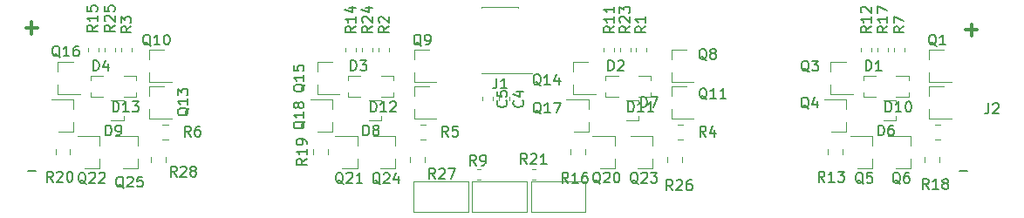
<source format=gbr>
G04 #@! TF.GenerationSoftware,KiCad,Pcbnew,(5.1.2)-2*
G04 #@! TF.CreationDate,2020-05-22T00:53:43-04:00*
G04 #@! TF.ProjectId,AddressableLED,41646472-6573-4736-9162-6c654c45442e,rev?*
G04 #@! TF.SameCoordinates,Original*
G04 #@! TF.FileFunction,Legend,Top*
G04 #@! TF.FilePolarity,Positive*
%FSLAX46Y46*%
G04 Gerber Fmt 4.6, Leading zero omitted, Abs format (unit mm)*
G04 Created by KiCad (PCBNEW (5.1.2)-2) date 2020-05-22 00:53:43*
%MOMM*%
%LPD*%
G04 APERTURE LIST*
%ADD10C,0.150000*%
%ADD11C,0.300000*%
%ADD12C,0.120000*%
G04 APERTURE END LIST*
D10*
X184619047Y-116971428D02*
X185380952Y-116971428D01*
X94219047Y-116971428D02*
X94980952Y-116971428D01*
D11*
X185228571Y-103307142D02*
X186371428Y-103307142D01*
X185800000Y-103878571D02*
X185800000Y-102735714D01*
X94028571Y-103107142D02*
X95171428Y-103107142D01*
X94600000Y-103678571D02*
X94600000Y-102535714D01*
D12*
X143137221Y-117810000D02*
X143462779Y-117810000D01*
X143137221Y-116790000D02*
X143462779Y-116790000D01*
X138162779Y-116790000D02*
X137837221Y-116790000D01*
X138162779Y-117810000D02*
X137837221Y-117810000D01*
X148350000Y-121000000D02*
X143050000Y-121000000D01*
X148350000Y-118000000D02*
X148350000Y-121000000D01*
X143050000Y-118000000D02*
X148350000Y-118000000D01*
X143050000Y-121000000D02*
X143050000Y-118000000D01*
X142650000Y-121000000D02*
X137350000Y-121000000D01*
X142650000Y-118000000D02*
X142650000Y-121000000D01*
X137350000Y-118000000D02*
X142650000Y-118000000D01*
X137350000Y-121000000D02*
X137350000Y-118000000D01*
X136950000Y-121000000D02*
X131650000Y-121000000D01*
X136950000Y-118000000D02*
X136950000Y-121000000D01*
X131650000Y-118000000D02*
X136950000Y-118000000D01*
X131650000Y-121000000D02*
X131650000Y-118000000D01*
X138285000Y-101130000D02*
X138285000Y-101065000D01*
X141815000Y-101130000D02*
X141815000Y-101065000D01*
X138285000Y-107535000D02*
X138285000Y-107470000D01*
X141815000Y-107535000D02*
X141815000Y-107470000D01*
X143140000Y-107470000D02*
X141815000Y-107470000D01*
X141815000Y-101065000D02*
X138285000Y-101065000D01*
X141815000Y-107535000D02*
X138285000Y-107535000D01*
X138340000Y-109837221D02*
X138340000Y-110162779D01*
X139360000Y-109837221D02*
X139360000Y-110162779D01*
X139940000Y-109837221D02*
X139940000Y-110162779D01*
X140960000Y-109837221D02*
X140960000Y-110162779D01*
X103500000Y-109800000D02*
X104700000Y-109800000D01*
X104700000Y-109800000D02*
X104700000Y-109400000D01*
X103500000Y-107800000D02*
X104700000Y-107800000D01*
X104700000Y-107800000D02*
X104700000Y-108200000D01*
X128500000Y-109800000D02*
X129700000Y-109800000D01*
X129700000Y-109800000D02*
X129700000Y-109400000D01*
X128500000Y-107800000D02*
X129700000Y-107800000D01*
X129700000Y-107800000D02*
X129700000Y-108200000D01*
X153500000Y-109800000D02*
X154700000Y-109800000D01*
X154700000Y-109800000D02*
X154700000Y-109400000D01*
X153500000Y-107800000D02*
X154700000Y-107800000D01*
X154700000Y-107800000D02*
X154700000Y-108200000D01*
X178500000Y-109800000D02*
X179700000Y-109800000D01*
X179700000Y-109800000D02*
X179700000Y-109400000D01*
X178500000Y-107800000D02*
X179700000Y-107800000D01*
X179700000Y-107800000D02*
X179700000Y-108200000D01*
X102300000Y-112100000D02*
X103500000Y-112100000D01*
X103500000Y-112100000D02*
X103500000Y-111700000D01*
X102300000Y-110100000D02*
X103500000Y-110100000D01*
X103500000Y-110100000D02*
X103500000Y-110500000D01*
X127300000Y-112100000D02*
X128500000Y-112100000D01*
X128500000Y-112100000D02*
X128500000Y-111700000D01*
X127300000Y-110100000D02*
X128500000Y-110100000D01*
X128500000Y-110100000D02*
X128500000Y-110500000D01*
X152300000Y-112100000D02*
X153500000Y-112100000D01*
X153500000Y-112100000D02*
X153500000Y-111700000D01*
X152300000Y-110100000D02*
X153500000Y-110100000D01*
X153500000Y-110100000D02*
X153500000Y-110500000D01*
X177300000Y-112100000D02*
X178500000Y-112100000D01*
X178500000Y-112100000D02*
X178500000Y-111700000D01*
X177300000Y-110100000D02*
X178500000Y-110100000D01*
X178500000Y-110100000D02*
X178500000Y-110500000D01*
X101500000Y-107800000D02*
X100300000Y-107800000D01*
X100300000Y-107800000D02*
X100300000Y-108200000D01*
X101500000Y-109800000D02*
X100300000Y-109800000D01*
X100300000Y-109800000D02*
X100300000Y-109400000D01*
X126500000Y-107800000D02*
X125300000Y-107800000D01*
X125300000Y-107800000D02*
X125300000Y-108200000D01*
X126500000Y-109800000D02*
X125300000Y-109800000D01*
X125300000Y-109800000D02*
X125300000Y-109400000D01*
X176500000Y-107800000D02*
X175300000Y-107800000D01*
X175300000Y-107800000D02*
X175300000Y-108200000D01*
X176500000Y-109800000D02*
X175300000Y-109800000D01*
X175300000Y-109800000D02*
X175300000Y-109400000D01*
X151500000Y-107800000D02*
X150300000Y-107800000D01*
X150300000Y-107800000D02*
X150300000Y-108200000D01*
X151500000Y-109800000D02*
X150300000Y-109800000D01*
X150300000Y-109800000D02*
X150300000Y-109400000D01*
X172140000Y-106420000D02*
X173600000Y-106420000D01*
X172140000Y-109580000D02*
X174300000Y-109580000D01*
X172140000Y-109580000D02*
X172140000Y-108650000D01*
X172140000Y-106420000D02*
X172140000Y-107350000D01*
X182710000Y-116158578D02*
X182710000Y-115641422D01*
X181290000Y-116158578D02*
X181290000Y-115641422D01*
X176679100Y-105037221D02*
X176679100Y-105362779D01*
X177699100Y-105037221D02*
X177699100Y-105362779D01*
X171890000Y-114841422D02*
X171890000Y-115358578D01*
X173310000Y-114841422D02*
X173310000Y-115358578D01*
X175066200Y-105037221D02*
X175066200Y-105362779D01*
X176086200Y-105037221D02*
X176086200Y-105362779D01*
X182817178Y-112490000D02*
X182300022Y-112490000D01*
X182817178Y-113910000D02*
X182300022Y-113910000D01*
X178253900Y-105037221D02*
X178253900Y-105362779D01*
X179273900Y-105037221D02*
X179273900Y-105362779D01*
X179882800Y-116764500D02*
X178422800Y-116764500D01*
X179882800Y-113604500D02*
X177722800Y-113604500D01*
X179882800Y-113604500D02*
X179882800Y-114534500D01*
X179882800Y-116764500D02*
X179882800Y-115834500D01*
X176187100Y-116764500D02*
X174727100Y-116764500D01*
X176187100Y-113604500D02*
X174027100Y-113604500D01*
X176187100Y-113604500D02*
X176187100Y-114534500D01*
X176187100Y-116764500D02*
X176187100Y-115834500D01*
X173660000Y-113180000D02*
X172200000Y-113180000D01*
X173660000Y-110020000D02*
X171500000Y-110020000D01*
X173660000Y-110020000D02*
X173660000Y-110950000D01*
X173660000Y-113180000D02*
X173660000Y-112250000D01*
X181688600Y-108772000D02*
X183148600Y-108772000D01*
X181688600Y-111932000D02*
X183848600Y-111932000D01*
X181688600Y-111932000D02*
X181688600Y-111002000D01*
X181688600Y-108772000D02*
X181688600Y-109702000D01*
X181688600Y-105190600D02*
X183148600Y-105190600D01*
X181688600Y-108350600D02*
X183848600Y-108350600D01*
X181688600Y-108350600D02*
X181688600Y-107420600D01*
X181688600Y-105190600D02*
X181688600Y-106120600D01*
X107610000Y-116158578D02*
X107610000Y-115641422D01*
X106190000Y-116158578D02*
X106190000Y-115641422D01*
X132710000Y-116158578D02*
X132710000Y-115641422D01*
X131290000Y-116158578D02*
X131290000Y-115641422D01*
X157710000Y-116158578D02*
X157710000Y-115641422D01*
X156290000Y-116158578D02*
X156290000Y-115641422D01*
X101679100Y-105044021D02*
X101679100Y-105369579D01*
X102699100Y-105044021D02*
X102699100Y-105369579D01*
X126679100Y-105044021D02*
X126679100Y-105369579D01*
X127699100Y-105044021D02*
X127699100Y-105369579D01*
X151679100Y-105037221D02*
X151679100Y-105362779D01*
X152699100Y-105037221D02*
X152699100Y-105362779D01*
X96890000Y-114841422D02*
X96890000Y-115358578D01*
X98310000Y-114841422D02*
X98310000Y-115358578D01*
X121890000Y-114841422D02*
X121890000Y-115358578D01*
X123310000Y-114841422D02*
X123310000Y-115358578D01*
X146890000Y-114841422D02*
X146890000Y-115358578D01*
X148310000Y-114841422D02*
X148310000Y-115358578D01*
X100066200Y-105044021D02*
X100066200Y-105369579D01*
X101086200Y-105044021D02*
X101086200Y-105369579D01*
X125066200Y-105044021D02*
X125066200Y-105369579D01*
X126086200Y-105044021D02*
X126086200Y-105369579D01*
X150066200Y-105037221D02*
X150066200Y-105362779D01*
X151086200Y-105037221D02*
X151086200Y-105362779D01*
X107817178Y-112490000D02*
X107300022Y-112490000D01*
X107817178Y-113910000D02*
X107300022Y-113910000D01*
X132817178Y-112490000D02*
X132300022Y-112490000D01*
X132817178Y-113910000D02*
X132300022Y-113910000D01*
X157817178Y-112490000D02*
X157300022Y-112490000D01*
X157817178Y-113910000D02*
X157300022Y-113910000D01*
X103253900Y-105044021D02*
X103253900Y-105369579D01*
X104273900Y-105044021D02*
X104273900Y-105369579D01*
X128253900Y-105037221D02*
X128253900Y-105362779D01*
X129273900Y-105037221D02*
X129273900Y-105362779D01*
X153253900Y-105037221D02*
X153253900Y-105362779D01*
X154273900Y-105037221D02*
X154273900Y-105362779D01*
X104882800Y-116764500D02*
X103422800Y-116764500D01*
X104882800Y-113604500D02*
X102722800Y-113604500D01*
X104882800Y-113604500D02*
X104882800Y-114534500D01*
X104882800Y-116764500D02*
X104882800Y-115834500D01*
X129882800Y-116764500D02*
X128422800Y-116764500D01*
X129882800Y-113604500D02*
X127722800Y-113604500D01*
X129882800Y-113604500D02*
X129882800Y-114534500D01*
X129882800Y-116764500D02*
X129882800Y-115834500D01*
X154882800Y-116764500D02*
X153422800Y-116764500D01*
X154882800Y-113604500D02*
X152722800Y-113604500D01*
X154882800Y-113604500D02*
X154882800Y-114534500D01*
X154882800Y-116764500D02*
X154882800Y-115834500D01*
X101187100Y-116764500D02*
X99727100Y-116764500D01*
X101187100Y-113604500D02*
X99027100Y-113604500D01*
X101187100Y-113604500D02*
X101187100Y-114534500D01*
X101187100Y-116764500D02*
X101187100Y-115834500D01*
X126187100Y-116764500D02*
X124727100Y-116764500D01*
X126187100Y-113604500D02*
X124027100Y-113604500D01*
X126187100Y-113604500D02*
X126187100Y-114534500D01*
X126187100Y-116764500D02*
X126187100Y-115834500D01*
X151187100Y-116764500D02*
X149727100Y-116764500D01*
X151187100Y-113604500D02*
X149027100Y-113604500D01*
X151187100Y-113604500D02*
X151187100Y-114534500D01*
X151187100Y-116764500D02*
X151187100Y-115834500D01*
X98660000Y-113180000D02*
X97200000Y-113180000D01*
X98660000Y-110020000D02*
X96500000Y-110020000D01*
X98660000Y-110020000D02*
X98660000Y-110950000D01*
X98660000Y-113180000D02*
X98660000Y-112250000D01*
X123810000Y-113180000D02*
X122350000Y-113180000D01*
X123810000Y-110020000D02*
X121650000Y-110020000D01*
X123810000Y-110020000D02*
X123810000Y-110950000D01*
X123810000Y-113180000D02*
X123810000Y-112250000D01*
X148660000Y-113180000D02*
X147200000Y-113180000D01*
X148660000Y-110020000D02*
X146500000Y-110020000D01*
X148660000Y-110020000D02*
X148660000Y-110950000D01*
X148660000Y-113180000D02*
X148660000Y-112250000D01*
X97140000Y-106420000D02*
X98600000Y-106420000D01*
X97140000Y-109580000D02*
X99300000Y-109580000D01*
X97140000Y-109580000D02*
X97140000Y-108650000D01*
X97140000Y-106420000D02*
X97140000Y-107350000D01*
X122290000Y-106420000D02*
X123750000Y-106420000D01*
X122290000Y-109580000D02*
X124450000Y-109580000D01*
X122290000Y-109580000D02*
X122290000Y-108650000D01*
X122290000Y-106420000D02*
X122290000Y-107350000D01*
X147140000Y-106420000D02*
X148600000Y-106420000D01*
X147140000Y-109580000D02*
X149300000Y-109580000D01*
X147140000Y-109580000D02*
X147140000Y-108650000D01*
X147140000Y-106420000D02*
X147140000Y-107350000D01*
X105988600Y-108772000D02*
X107448600Y-108772000D01*
X105988600Y-111932000D02*
X108148600Y-111932000D01*
X105988600Y-111932000D02*
X105988600Y-111002000D01*
X105988600Y-108772000D02*
X105988600Y-109702000D01*
X131688600Y-108772000D02*
X133148600Y-108772000D01*
X131688600Y-111932000D02*
X133848600Y-111932000D01*
X131688600Y-111932000D02*
X131688600Y-111002000D01*
X131688600Y-108772000D02*
X131688600Y-109702000D01*
X156688600Y-108772000D02*
X158148600Y-108772000D01*
X156688600Y-111932000D02*
X158848600Y-111932000D01*
X156688600Y-111932000D02*
X156688600Y-111002000D01*
X156688600Y-108772000D02*
X156688600Y-109702000D01*
X105988600Y-105190600D02*
X107448600Y-105190600D01*
X105988600Y-108350600D02*
X108148600Y-108350600D01*
X105988600Y-108350600D02*
X105988600Y-107420600D01*
X105988600Y-105190600D02*
X105988600Y-106120600D01*
X131688600Y-105190600D02*
X133148600Y-105190600D01*
X131688600Y-108350600D02*
X133848600Y-108350600D01*
X131688600Y-108350600D02*
X131688600Y-107420600D01*
X131688600Y-105190600D02*
X131688600Y-106120600D01*
X156688600Y-105190600D02*
X158148600Y-105190600D01*
X156688600Y-108350600D02*
X158848600Y-108350600D01*
X156688600Y-108350600D02*
X156688600Y-107420600D01*
X156688600Y-105190600D02*
X156688600Y-106120600D01*
D10*
X142657142Y-116322380D02*
X142323809Y-115846190D01*
X142085714Y-116322380D02*
X142085714Y-115322380D01*
X142466666Y-115322380D01*
X142561904Y-115370000D01*
X142609523Y-115417619D01*
X142657142Y-115512857D01*
X142657142Y-115655714D01*
X142609523Y-115750952D01*
X142561904Y-115798571D01*
X142466666Y-115846190D01*
X142085714Y-115846190D01*
X143038095Y-115417619D02*
X143085714Y-115370000D01*
X143180952Y-115322380D01*
X143419047Y-115322380D01*
X143514285Y-115370000D01*
X143561904Y-115417619D01*
X143609523Y-115512857D01*
X143609523Y-115608095D01*
X143561904Y-115750952D01*
X142990476Y-116322380D01*
X143609523Y-116322380D01*
X144561904Y-116322380D02*
X143990476Y-116322380D01*
X144276190Y-116322380D02*
X144276190Y-115322380D01*
X144180952Y-115465238D01*
X144085714Y-115560476D01*
X143990476Y-115608095D01*
X137733333Y-116452380D02*
X137400000Y-115976190D01*
X137161904Y-116452380D02*
X137161904Y-115452380D01*
X137542857Y-115452380D01*
X137638095Y-115500000D01*
X137685714Y-115547619D01*
X137733333Y-115642857D01*
X137733333Y-115785714D01*
X137685714Y-115880952D01*
X137638095Y-115928571D01*
X137542857Y-115976190D01*
X137161904Y-115976190D01*
X138209523Y-116452380D02*
X138400000Y-116452380D01*
X138495238Y-116404761D01*
X138542857Y-116357142D01*
X138638095Y-116214285D01*
X138685714Y-116023809D01*
X138685714Y-115642857D01*
X138638095Y-115547619D01*
X138590476Y-115500000D01*
X138495238Y-115452380D01*
X138304761Y-115452380D01*
X138209523Y-115500000D01*
X138161904Y-115547619D01*
X138114285Y-115642857D01*
X138114285Y-115880952D01*
X138161904Y-115976190D01*
X138209523Y-116023809D01*
X138304761Y-116071428D01*
X138495238Y-116071428D01*
X138590476Y-116023809D01*
X138638095Y-115976190D01*
X138685714Y-115880952D01*
X187466666Y-110422380D02*
X187466666Y-111136666D01*
X187419047Y-111279523D01*
X187323809Y-111374761D01*
X187180952Y-111422380D01*
X187085714Y-111422380D01*
X187895238Y-110517619D02*
X187942857Y-110470000D01*
X188038095Y-110422380D01*
X188276190Y-110422380D01*
X188371428Y-110470000D01*
X188419047Y-110517619D01*
X188466666Y-110612857D01*
X188466666Y-110708095D01*
X188419047Y-110850952D01*
X187847619Y-111422380D01*
X188466666Y-111422380D01*
X139716666Y-107987380D02*
X139716666Y-108701666D01*
X139669047Y-108844523D01*
X139573809Y-108939761D01*
X139430952Y-108987380D01*
X139335714Y-108987380D01*
X140716666Y-108987380D02*
X140145238Y-108987380D01*
X140430952Y-108987380D02*
X140430952Y-107987380D01*
X140335714Y-108130238D01*
X140240476Y-108225476D01*
X140145238Y-108273095D01*
X140637142Y-110166666D02*
X140684761Y-110214285D01*
X140732380Y-110357142D01*
X140732380Y-110452380D01*
X140684761Y-110595238D01*
X140589523Y-110690476D01*
X140494285Y-110738095D01*
X140303809Y-110785714D01*
X140160952Y-110785714D01*
X139970476Y-110738095D01*
X139875238Y-110690476D01*
X139780000Y-110595238D01*
X139732380Y-110452380D01*
X139732380Y-110357142D01*
X139780000Y-110214285D01*
X139827619Y-110166666D01*
X139732380Y-109261904D02*
X139732380Y-109738095D01*
X140208571Y-109785714D01*
X140160952Y-109738095D01*
X140113333Y-109642857D01*
X140113333Y-109404761D01*
X140160952Y-109309523D01*
X140208571Y-109261904D01*
X140303809Y-109214285D01*
X140541904Y-109214285D01*
X140637142Y-109261904D01*
X140684761Y-109309523D01*
X140732380Y-109404761D01*
X140732380Y-109642857D01*
X140684761Y-109738095D01*
X140637142Y-109785714D01*
X142237142Y-110166666D02*
X142284761Y-110214285D01*
X142332380Y-110357142D01*
X142332380Y-110452380D01*
X142284761Y-110595238D01*
X142189523Y-110690476D01*
X142094285Y-110738095D01*
X141903809Y-110785714D01*
X141760952Y-110785714D01*
X141570476Y-110738095D01*
X141475238Y-110690476D01*
X141380000Y-110595238D01*
X141332380Y-110452380D01*
X141332380Y-110357142D01*
X141380000Y-110214285D01*
X141427619Y-110166666D01*
X141665714Y-109309523D02*
X142332380Y-109309523D01*
X141284761Y-109547619D02*
X141999047Y-109785714D01*
X141999047Y-109166666D01*
X102485714Y-111252380D02*
X102485714Y-110252380D01*
X102723809Y-110252380D01*
X102866666Y-110300000D01*
X102961904Y-110395238D01*
X103009523Y-110490476D01*
X103057142Y-110680952D01*
X103057142Y-110823809D01*
X103009523Y-111014285D01*
X102961904Y-111109523D01*
X102866666Y-111204761D01*
X102723809Y-111252380D01*
X102485714Y-111252380D01*
X104009523Y-111252380D02*
X103438095Y-111252380D01*
X103723809Y-111252380D02*
X103723809Y-110252380D01*
X103628571Y-110395238D01*
X103533333Y-110490476D01*
X103438095Y-110538095D01*
X104342857Y-110252380D02*
X104961904Y-110252380D01*
X104628571Y-110633333D01*
X104771428Y-110633333D01*
X104866666Y-110680952D01*
X104914285Y-110728571D01*
X104961904Y-110823809D01*
X104961904Y-111061904D01*
X104914285Y-111157142D01*
X104866666Y-111204761D01*
X104771428Y-111252380D01*
X104485714Y-111252380D01*
X104390476Y-111204761D01*
X104342857Y-111157142D01*
X127485714Y-111252380D02*
X127485714Y-110252380D01*
X127723809Y-110252380D01*
X127866666Y-110300000D01*
X127961904Y-110395238D01*
X128009523Y-110490476D01*
X128057142Y-110680952D01*
X128057142Y-110823809D01*
X128009523Y-111014285D01*
X127961904Y-111109523D01*
X127866666Y-111204761D01*
X127723809Y-111252380D01*
X127485714Y-111252380D01*
X129009523Y-111252380D02*
X128438095Y-111252380D01*
X128723809Y-111252380D02*
X128723809Y-110252380D01*
X128628571Y-110395238D01*
X128533333Y-110490476D01*
X128438095Y-110538095D01*
X129390476Y-110347619D02*
X129438095Y-110300000D01*
X129533333Y-110252380D01*
X129771428Y-110252380D01*
X129866666Y-110300000D01*
X129914285Y-110347619D01*
X129961904Y-110442857D01*
X129961904Y-110538095D01*
X129914285Y-110680952D01*
X129342857Y-111252380D01*
X129961904Y-111252380D01*
X152485714Y-111252380D02*
X152485714Y-110252380D01*
X152723809Y-110252380D01*
X152866666Y-110300000D01*
X152961904Y-110395238D01*
X153009523Y-110490476D01*
X153057142Y-110680952D01*
X153057142Y-110823809D01*
X153009523Y-111014285D01*
X152961904Y-111109523D01*
X152866666Y-111204761D01*
X152723809Y-111252380D01*
X152485714Y-111252380D01*
X154009523Y-111252380D02*
X153438095Y-111252380D01*
X153723809Y-111252380D02*
X153723809Y-110252380D01*
X153628571Y-110395238D01*
X153533333Y-110490476D01*
X153438095Y-110538095D01*
X154961904Y-111252380D02*
X154390476Y-111252380D01*
X154676190Y-111252380D02*
X154676190Y-110252380D01*
X154580952Y-110395238D01*
X154485714Y-110490476D01*
X154390476Y-110538095D01*
X177485714Y-111252380D02*
X177485714Y-110252380D01*
X177723809Y-110252380D01*
X177866666Y-110300000D01*
X177961904Y-110395238D01*
X178009523Y-110490476D01*
X178057142Y-110680952D01*
X178057142Y-110823809D01*
X178009523Y-111014285D01*
X177961904Y-111109523D01*
X177866666Y-111204761D01*
X177723809Y-111252380D01*
X177485714Y-111252380D01*
X179009523Y-111252380D02*
X178438095Y-111252380D01*
X178723809Y-111252380D02*
X178723809Y-110252380D01*
X178628571Y-110395238D01*
X178533333Y-110490476D01*
X178438095Y-110538095D01*
X179628571Y-110252380D02*
X179723809Y-110252380D01*
X179819047Y-110300000D01*
X179866666Y-110347619D01*
X179914285Y-110442857D01*
X179961904Y-110633333D01*
X179961904Y-110871428D01*
X179914285Y-111061904D01*
X179866666Y-111157142D01*
X179819047Y-111204761D01*
X179723809Y-111252380D01*
X179628571Y-111252380D01*
X179533333Y-111204761D01*
X179485714Y-111157142D01*
X179438095Y-111061904D01*
X179390476Y-110871428D01*
X179390476Y-110633333D01*
X179438095Y-110442857D01*
X179485714Y-110347619D01*
X179533333Y-110300000D01*
X179628571Y-110252380D01*
X101761904Y-113552380D02*
X101761904Y-112552380D01*
X102000000Y-112552380D01*
X102142857Y-112600000D01*
X102238095Y-112695238D01*
X102285714Y-112790476D01*
X102333333Y-112980952D01*
X102333333Y-113123809D01*
X102285714Y-113314285D01*
X102238095Y-113409523D01*
X102142857Y-113504761D01*
X102000000Y-113552380D01*
X101761904Y-113552380D01*
X102809523Y-113552380D02*
X103000000Y-113552380D01*
X103095238Y-113504761D01*
X103142857Y-113457142D01*
X103238095Y-113314285D01*
X103285714Y-113123809D01*
X103285714Y-112742857D01*
X103238095Y-112647619D01*
X103190476Y-112600000D01*
X103095238Y-112552380D01*
X102904761Y-112552380D01*
X102809523Y-112600000D01*
X102761904Y-112647619D01*
X102714285Y-112742857D01*
X102714285Y-112980952D01*
X102761904Y-113076190D01*
X102809523Y-113123809D01*
X102904761Y-113171428D01*
X103095238Y-113171428D01*
X103190476Y-113123809D01*
X103238095Y-113076190D01*
X103285714Y-112980952D01*
X126761904Y-113552380D02*
X126761904Y-112552380D01*
X127000000Y-112552380D01*
X127142857Y-112600000D01*
X127238095Y-112695238D01*
X127285714Y-112790476D01*
X127333333Y-112980952D01*
X127333333Y-113123809D01*
X127285714Y-113314285D01*
X127238095Y-113409523D01*
X127142857Y-113504761D01*
X127000000Y-113552380D01*
X126761904Y-113552380D01*
X127904761Y-112980952D02*
X127809523Y-112933333D01*
X127761904Y-112885714D01*
X127714285Y-112790476D01*
X127714285Y-112742857D01*
X127761904Y-112647619D01*
X127809523Y-112600000D01*
X127904761Y-112552380D01*
X128095238Y-112552380D01*
X128190476Y-112600000D01*
X128238095Y-112647619D01*
X128285714Y-112742857D01*
X128285714Y-112790476D01*
X128238095Y-112885714D01*
X128190476Y-112933333D01*
X128095238Y-112980952D01*
X127904761Y-112980952D01*
X127809523Y-113028571D01*
X127761904Y-113076190D01*
X127714285Y-113171428D01*
X127714285Y-113361904D01*
X127761904Y-113457142D01*
X127809523Y-113504761D01*
X127904761Y-113552380D01*
X128095238Y-113552380D01*
X128190476Y-113504761D01*
X128238095Y-113457142D01*
X128285714Y-113361904D01*
X128285714Y-113171428D01*
X128238095Y-113076190D01*
X128190476Y-113028571D01*
X128095238Y-112980952D01*
X153761904Y-110802380D02*
X153761904Y-109802380D01*
X154000000Y-109802380D01*
X154142857Y-109850000D01*
X154238095Y-109945238D01*
X154285714Y-110040476D01*
X154333333Y-110230952D01*
X154333333Y-110373809D01*
X154285714Y-110564285D01*
X154238095Y-110659523D01*
X154142857Y-110754761D01*
X154000000Y-110802380D01*
X153761904Y-110802380D01*
X154666666Y-109802380D02*
X155333333Y-109802380D01*
X154904761Y-110802380D01*
X176761904Y-113552380D02*
X176761904Y-112552380D01*
X177000000Y-112552380D01*
X177142857Y-112600000D01*
X177238095Y-112695238D01*
X177285714Y-112790476D01*
X177333333Y-112980952D01*
X177333333Y-113123809D01*
X177285714Y-113314285D01*
X177238095Y-113409523D01*
X177142857Y-113504761D01*
X177000000Y-113552380D01*
X176761904Y-113552380D01*
X178190476Y-112552380D02*
X178000000Y-112552380D01*
X177904761Y-112600000D01*
X177857142Y-112647619D01*
X177761904Y-112790476D01*
X177714285Y-112980952D01*
X177714285Y-113361904D01*
X177761904Y-113457142D01*
X177809523Y-113504761D01*
X177904761Y-113552380D01*
X178095238Y-113552380D01*
X178190476Y-113504761D01*
X178238095Y-113457142D01*
X178285714Y-113361904D01*
X178285714Y-113123809D01*
X178238095Y-113028571D01*
X178190476Y-112980952D01*
X178095238Y-112933333D01*
X177904761Y-112933333D01*
X177809523Y-112980952D01*
X177761904Y-113028571D01*
X177714285Y-113123809D01*
X100561904Y-107252380D02*
X100561904Y-106252380D01*
X100800000Y-106252380D01*
X100942857Y-106300000D01*
X101038095Y-106395238D01*
X101085714Y-106490476D01*
X101133333Y-106680952D01*
X101133333Y-106823809D01*
X101085714Y-107014285D01*
X101038095Y-107109523D01*
X100942857Y-107204761D01*
X100800000Y-107252380D01*
X100561904Y-107252380D01*
X101990476Y-106585714D02*
X101990476Y-107252380D01*
X101752380Y-106204761D02*
X101514285Y-106919047D01*
X102133333Y-106919047D01*
X125561904Y-107252380D02*
X125561904Y-106252380D01*
X125800000Y-106252380D01*
X125942857Y-106300000D01*
X126038095Y-106395238D01*
X126085714Y-106490476D01*
X126133333Y-106680952D01*
X126133333Y-106823809D01*
X126085714Y-107014285D01*
X126038095Y-107109523D01*
X125942857Y-107204761D01*
X125800000Y-107252380D01*
X125561904Y-107252380D01*
X126466666Y-106252380D02*
X127085714Y-106252380D01*
X126752380Y-106633333D01*
X126895238Y-106633333D01*
X126990476Y-106680952D01*
X127038095Y-106728571D01*
X127085714Y-106823809D01*
X127085714Y-107061904D01*
X127038095Y-107157142D01*
X126990476Y-107204761D01*
X126895238Y-107252380D01*
X126609523Y-107252380D01*
X126514285Y-107204761D01*
X126466666Y-107157142D01*
X175561904Y-107252380D02*
X175561904Y-106252380D01*
X175800000Y-106252380D01*
X175942857Y-106300000D01*
X176038095Y-106395238D01*
X176085714Y-106490476D01*
X176133333Y-106680952D01*
X176133333Y-106823809D01*
X176085714Y-107014285D01*
X176038095Y-107109523D01*
X175942857Y-107204761D01*
X175800000Y-107252380D01*
X175561904Y-107252380D01*
X177085714Y-107252380D02*
X176514285Y-107252380D01*
X176800000Y-107252380D02*
X176800000Y-106252380D01*
X176704761Y-106395238D01*
X176609523Y-106490476D01*
X176514285Y-106538095D01*
X150561904Y-107252380D02*
X150561904Y-106252380D01*
X150800000Y-106252380D01*
X150942857Y-106300000D01*
X151038095Y-106395238D01*
X151085714Y-106490476D01*
X151133333Y-106680952D01*
X151133333Y-106823809D01*
X151085714Y-107014285D01*
X151038095Y-107109523D01*
X150942857Y-107204761D01*
X150800000Y-107252380D01*
X150561904Y-107252380D01*
X151514285Y-106347619D02*
X151561904Y-106300000D01*
X151657142Y-106252380D01*
X151895238Y-106252380D01*
X151990476Y-106300000D01*
X152038095Y-106347619D01*
X152085714Y-106442857D01*
X152085714Y-106538095D01*
X152038095Y-106680952D01*
X151466666Y-107252380D01*
X152085714Y-107252380D01*
X170048861Y-107379219D02*
X169953623Y-107331600D01*
X169858385Y-107236361D01*
X169715528Y-107093504D01*
X169620290Y-107045885D01*
X169525052Y-107045885D01*
X169572671Y-107283980D02*
X169477433Y-107236361D01*
X169382195Y-107141123D01*
X169334576Y-106950647D01*
X169334576Y-106617314D01*
X169382195Y-106426838D01*
X169477433Y-106331600D01*
X169572671Y-106283980D01*
X169763147Y-106283980D01*
X169858385Y-106331600D01*
X169953623Y-106426838D01*
X170001242Y-106617314D01*
X170001242Y-106950647D01*
X169953623Y-107141123D01*
X169858385Y-107236361D01*
X169763147Y-107283980D01*
X169572671Y-107283980D01*
X170334576Y-106283980D02*
X170953623Y-106283980D01*
X170620290Y-106664933D01*
X170763147Y-106664933D01*
X170858385Y-106712552D01*
X170906004Y-106760171D01*
X170953623Y-106855409D01*
X170953623Y-107093504D01*
X170906004Y-107188742D01*
X170858385Y-107236361D01*
X170763147Y-107283980D01*
X170477433Y-107283980D01*
X170382195Y-107236361D01*
X170334576Y-107188742D01*
X181657142Y-118752380D02*
X181323809Y-118276190D01*
X181085714Y-118752380D02*
X181085714Y-117752380D01*
X181466666Y-117752380D01*
X181561904Y-117800000D01*
X181609523Y-117847619D01*
X181657142Y-117942857D01*
X181657142Y-118085714D01*
X181609523Y-118180952D01*
X181561904Y-118228571D01*
X181466666Y-118276190D01*
X181085714Y-118276190D01*
X182609523Y-118752380D02*
X182038095Y-118752380D01*
X182323809Y-118752380D02*
X182323809Y-117752380D01*
X182228571Y-117895238D01*
X182133333Y-117990476D01*
X182038095Y-118038095D01*
X183180952Y-118180952D02*
X183085714Y-118133333D01*
X183038095Y-118085714D01*
X182990476Y-117990476D01*
X182990476Y-117942857D01*
X183038095Y-117847619D01*
X183085714Y-117800000D01*
X183180952Y-117752380D01*
X183371428Y-117752380D01*
X183466666Y-117800000D01*
X183514285Y-117847619D01*
X183561904Y-117942857D01*
X183561904Y-117990476D01*
X183514285Y-118085714D01*
X183466666Y-118133333D01*
X183371428Y-118180952D01*
X183180952Y-118180952D01*
X183085714Y-118228571D01*
X183038095Y-118276190D01*
X182990476Y-118371428D01*
X182990476Y-118561904D01*
X183038095Y-118657142D01*
X183085714Y-118704761D01*
X183180952Y-118752380D01*
X183371428Y-118752380D01*
X183466666Y-118704761D01*
X183514285Y-118657142D01*
X183561904Y-118561904D01*
X183561904Y-118371428D01*
X183514285Y-118276190D01*
X183466666Y-118228571D01*
X183371428Y-118180952D01*
X177652380Y-102942857D02*
X177176190Y-103276190D01*
X177652380Y-103514285D02*
X176652380Y-103514285D01*
X176652380Y-103133333D01*
X176700000Y-103038095D01*
X176747619Y-102990476D01*
X176842857Y-102942857D01*
X176985714Y-102942857D01*
X177080952Y-102990476D01*
X177128571Y-103038095D01*
X177176190Y-103133333D01*
X177176190Y-103514285D01*
X177652380Y-101990476D02*
X177652380Y-102561904D01*
X177652380Y-102276190D02*
X176652380Y-102276190D01*
X176795238Y-102371428D01*
X176890476Y-102466666D01*
X176938095Y-102561904D01*
X176652380Y-101657142D02*
X176652380Y-100990476D01*
X177652380Y-101419047D01*
X171557142Y-118052380D02*
X171223809Y-117576190D01*
X170985714Y-118052380D02*
X170985714Y-117052380D01*
X171366666Y-117052380D01*
X171461904Y-117100000D01*
X171509523Y-117147619D01*
X171557142Y-117242857D01*
X171557142Y-117385714D01*
X171509523Y-117480952D01*
X171461904Y-117528571D01*
X171366666Y-117576190D01*
X170985714Y-117576190D01*
X172509523Y-118052380D02*
X171938095Y-118052380D01*
X172223809Y-118052380D02*
X172223809Y-117052380D01*
X172128571Y-117195238D01*
X172033333Y-117290476D01*
X171938095Y-117338095D01*
X172842857Y-117052380D02*
X173461904Y-117052380D01*
X173128571Y-117433333D01*
X173271428Y-117433333D01*
X173366666Y-117480952D01*
X173414285Y-117528571D01*
X173461904Y-117623809D01*
X173461904Y-117861904D01*
X173414285Y-117957142D01*
X173366666Y-118004761D01*
X173271428Y-118052380D01*
X172985714Y-118052380D01*
X172890476Y-118004761D01*
X172842857Y-117957142D01*
X176052380Y-102942857D02*
X175576190Y-103276190D01*
X176052380Y-103514285D02*
X175052380Y-103514285D01*
X175052380Y-103133333D01*
X175100000Y-103038095D01*
X175147619Y-102990476D01*
X175242857Y-102942857D01*
X175385714Y-102942857D01*
X175480952Y-102990476D01*
X175528571Y-103038095D01*
X175576190Y-103133333D01*
X175576190Y-103514285D01*
X176052380Y-101990476D02*
X176052380Y-102561904D01*
X176052380Y-102276190D02*
X175052380Y-102276190D01*
X175195238Y-102371428D01*
X175290476Y-102466666D01*
X175338095Y-102561904D01*
X175147619Y-101609523D02*
X175100000Y-101561904D01*
X175052380Y-101466666D01*
X175052380Y-101228571D01*
X175100000Y-101133333D01*
X175147619Y-101085714D01*
X175242857Y-101038095D01*
X175338095Y-101038095D01*
X175480952Y-101085714D01*
X176052380Y-101657142D01*
X176052380Y-101038095D01*
X179252380Y-102966666D02*
X178776190Y-103300000D01*
X179252380Y-103538095D02*
X178252380Y-103538095D01*
X178252380Y-103157142D01*
X178300000Y-103061904D01*
X178347619Y-103014285D01*
X178442857Y-102966666D01*
X178585714Y-102966666D01*
X178680952Y-103014285D01*
X178728571Y-103061904D01*
X178776190Y-103157142D01*
X178776190Y-103538095D01*
X178252380Y-102633333D02*
X178252380Y-101966666D01*
X179252380Y-102395238D01*
X178904761Y-118247619D02*
X178809523Y-118200000D01*
X178714285Y-118104761D01*
X178571428Y-117961904D01*
X178476190Y-117914285D01*
X178380952Y-117914285D01*
X178428571Y-118152380D02*
X178333333Y-118104761D01*
X178238095Y-118009523D01*
X178190476Y-117819047D01*
X178190476Y-117485714D01*
X178238095Y-117295238D01*
X178333333Y-117200000D01*
X178428571Y-117152380D01*
X178619047Y-117152380D01*
X178714285Y-117200000D01*
X178809523Y-117295238D01*
X178857142Y-117485714D01*
X178857142Y-117819047D01*
X178809523Y-118009523D01*
X178714285Y-118104761D01*
X178619047Y-118152380D01*
X178428571Y-118152380D01*
X179714285Y-117152380D02*
X179523809Y-117152380D01*
X179428571Y-117200000D01*
X179380952Y-117247619D01*
X179285714Y-117390476D01*
X179238095Y-117580952D01*
X179238095Y-117961904D01*
X179285714Y-118057142D01*
X179333333Y-118104761D01*
X179428571Y-118152380D01*
X179619047Y-118152380D01*
X179714285Y-118104761D01*
X179761904Y-118057142D01*
X179809523Y-117961904D01*
X179809523Y-117723809D01*
X179761904Y-117628571D01*
X179714285Y-117580952D01*
X179619047Y-117533333D01*
X179428571Y-117533333D01*
X179333333Y-117580952D01*
X179285714Y-117628571D01*
X179238095Y-117723809D01*
X175304761Y-118247619D02*
X175209523Y-118200000D01*
X175114285Y-118104761D01*
X174971428Y-117961904D01*
X174876190Y-117914285D01*
X174780952Y-117914285D01*
X174828571Y-118152380D02*
X174733333Y-118104761D01*
X174638095Y-118009523D01*
X174590476Y-117819047D01*
X174590476Y-117485714D01*
X174638095Y-117295238D01*
X174733333Y-117200000D01*
X174828571Y-117152380D01*
X175019047Y-117152380D01*
X175114285Y-117200000D01*
X175209523Y-117295238D01*
X175257142Y-117485714D01*
X175257142Y-117819047D01*
X175209523Y-118009523D01*
X175114285Y-118104761D01*
X175019047Y-118152380D01*
X174828571Y-118152380D01*
X176161904Y-117152380D02*
X175685714Y-117152380D01*
X175638095Y-117628571D01*
X175685714Y-117580952D01*
X175780952Y-117533333D01*
X176019047Y-117533333D01*
X176114285Y-117580952D01*
X176161904Y-117628571D01*
X176209523Y-117723809D01*
X176209523Y-117961904D01*
X176161904Y-118057142D01*
X176114285Y-118104761D01*
X176019047Y-118152380D01*
X175780952Y-118152380D01*
X175685714Y-118104761D01*
X175638095Y-118057142D01*
X170004761Y-110947619D02*
X169909523Y-110900000D01*
X169814285Y-110804761D01*
X169671428Y-110661904D01*
X169576190Y-110614285D01*
X169480952Y-110614285D01*
X169528571Y-110852380D02*
X169433333Y-110804761D01*
X169338095Y-110709523D01*
X169290476Y-110519047D01*
X169290476Y-110185714D01*
X169338095Y-109995238D01*
X169433333Y-109900000D01*
X169528571Y-109852380D01*
X169719047Y-109852380D01*
X169814285Y-109900000D01*
X169909523Y-109995238D01*
X169957142Y-110185714D01*
X169957142Y-110519047D01*
X169909523Y-110709523D01*
X169814285Y-110804761D01*
X169719047Y-110852380D01*
X169528571Y-110852380D01*
X170814285Y-110185714D02*
X170814285Y-110852380D01*
X170576190Y-109804761D02*
X170338095Y-110519047D01*
X170957142Y-110519047D01*
X182404761Y-104847619D02*
X182309523Y-104800000D01*
X182214285Y-104704761D01*
X182071428Y-104561904D01*
X181976190Y-104514285D01*
X181880952Y-104514285D01*
X181928571Y-104752380D02*
X181833333Y-104704761D01*
X181738095Y-104609523D01*
X181690476Y-104419047D01*
X181690476Y-104085714D01*
X181738095Y-103895238D01*
X181833333Y-103800000D01*
X181928571Y-103752380D01*
X182119047Y-103752380D01*
X182214285Y-103800000D01*
X182309523Y-103895238D01*
X182357142Y-104085714D01*
X182357142Y-104419047D01*
X182309523Y-104609523D01*
X182214285Y-104704761D01*
X182119047Y-104752380D01*
X181928571Y-104752380D01*
X183309523Y-104752380D02*
X182738095Y-104752380D01*
X183023809Y-104752380D02*
X183023809Y-103752380D01*
X182928571Y-103895238D01*
X182833333Y-103990476D01*
X182738095Y-104038095D01*
X108657142Y-117552380D02*
X108323809Y-117076190D01*
X108085714Y-117552380D02*
X108085714Y-116552380D01*
X108466666Y-116552380D01*
X108561904Y-116600000D01*
X108609523Y-116647619D01*
X108657142Y-116742857D01*
X108657142Y-116885714D01*
X108609523Y-116980952D01*
X108561904Y-117028571D01*
X108466666Y-117076190D01*
X108085714Y-117076190D01*
X109038095Y-116647619D02*
X109085714Y-116600000D01*
X109180952Y-116552380D01*
X109419047Y-116552380D01*
X109514285Y-116600000D01*
X109561904Y-116647619D01*
X109609523Y-116742857D01*
X109609523Y-116838095D01*
X109561904Y-116980952D01*
X108990476Y-117552380D01*
X109609523Y-117552380D01*
X110180952Y-116980952D02*
X110085714Y-116933333D01*
X110038095Y-116885714D01*
X109990476Y-116790476D01*
X109990476Y-116742857D01*
X110038095Y-116647619D01*
X110085714Y-116600000D01*
X110180952Y-116552380D01*
X110371428Y-116552380D01*
X110466666Y-116600000D01*
X110514285Y-116647619D01*
X110561904Y-116742857D01*
X110561904Y-116790476D01*
X110514285Y-116885714D01*
X110466666Y-116933333D01*
X110371428Y-116980952D01*
X110180952Y-116980952D01*
X110085714Y-117028571D01*
X110038095Y-117076190D01*
X109990476Y-117171428D01*
X109990476Y-117361904D01*
X110038095Y-117457142D01*
X110085714Y-117504761D01*
X110180952Y-117552380D01*
X110371428Y-117552380D01*
X110466666Y-117504761D01*
X110514285Y-117457142D01*
X110561904Y-117361904D01*
X110561904Y-117171428D01*
X110514285Y-117076190D01*
X110466666Y-117028571D01*
X110371428Y-116980952D01*
X133757142Y-117752380D02*
X133423809Y-117276190D01*
X133185714Y-117752380D02*
X133185714Y-116752380D01*
X133566666Y-116752380D01*
X133661904Y-116800000D01*
X133709523Y-116847619D01*
X133757142Y-116942857D01*
X133757142Y-117085714D01*
X133709523Y-117180952D01*
X133661904Y-117228571D01*
X133566666Y-117276190D01*
X133185714Y-117276190D01*
X134138095Y-116847619D02*
X134185714Y-116800000D01*
X134280952Y-116752380D01*
X134519047Y-116752380D01*
X134614285Y-116800000D01*
X134661904Y-116847619D01*
X134709523Y-116942857D01*
X134709523Y-117038095D01*
X134661904Y-117180952D01*
X134090476Y-117752380D01*
X134709523Y-117752380D01*
X135042857Y-116752380D02*
X135709523Y-116752380D01*
X135280952Y-117752380D01*
X156801642Y-118866980D02*
X156468309Y-118390790D01*
X156230214Y-118866980D02*
X156230214Y-117866980D01*
X156611166Y-117866980D01*
X156706404Y-117914600D01*
X156754023Y-117962219D01*
X156801642Y-118057457D01*
X156801642Y-118200314D01*
X156754023Y-118295552D01*
X156706404Y-118343171D01*
X156611166Y-118390790D01*
X156230214Y-118390790D01*
X157182595Y-117962219D02*
X157230214Y-117914600D01*
X157325452Y-117866980D01*
X157563547Y-117866980D01*
X157658785Y-117914600D01*
X157706404Y-117962219D01*
X157754023Y-118057457D01*
X157754023Y-118152695D01*
X157706404Y-118295552D01*
X157134976Y-118866980D01*
X157754023Y-118866980D01*
X158611166Y-117866980D02*
X158420690Y-117866980D01*
X158325452Y-117914600D01*
X158277833Y-117962219D01*
X158182595Y-118105076D01*
X158134976Y-118295552D01*
X158134976Y-118676504D01*
X158182595Y-118771742D01*
X158230214Y-118819361D01*
X158325452Y-118866980D01*
X158515928Y-118866980D01*
X158611166Y-118819361D01*
X158658785Y-118771742D01*
X158706404Y-118676504D01*
X158706404Y-118438409D01*
X158658785Y-118343171D01*
X158611166Y-118295552D01*
X158515928Y-118247933D01*
X158325452Y-118247933D01*
X158230214Y-118295552D01*
X158182595Y-118343171D01*
X158134976Y-118438409D01*
X102652380Y-102842857D02*
X102176190Y-103176190D01*
X102652380Y-103414285D02*
X101652380Y-103414285D01*
X101652380Y-103033333D01*
X101700000Y-102938095D01*
X101747619Y-102890476D01*
X101842857Y-102842857D01*
X101985714Y-102842857D01*
X102080952Y-102890476D01*
X102128571Y-102938095D01*
X102176190Y-103033333D01*
X102176190Y-103414285D01*
X101747619Y-102461904D02*
X101700000Y-102414285D01*
X101652380Y-102319047D01*
X101652380Y-102080952D01*
X101700000Y-101985714D01*
X101747619Y-101938095D01*
X101842857Y-101890476D01*
X101938095Y-101890476D01*
X102080952Y-101938095D01*
X102652380Y-102509523D01*
X102652380Y-101890476D01*
X101652380Y-100985714D02*
X101652380Y-101461904D01*
X102128571Y-101509523D01*
X102080952Y-101461904D01*
X102033333Y-101366666D01*
X102033333Y-101128571D01*
X102080952Y-101033333D01*
X102128571Y-100985714D01*
X102223809Y-100938095D01*
X102461904Y-100938095D01*
X102557142Y-100985714D01*
X102604761Y-101033333D01*
X102652380Y-101128571D01*
X102652380Y-101366666D01*
X102604761Y-101461904D01*
X102557142Y-101509523D01*
X127652380Y-102942857D02*
X127176190Y-103276190D01*
X127652380Y-103514285D02*
X126652380Y-103514285D01*
X126652380Y-103133333D01*
X126700000Y-103038095D01*
X126747619Y-102990476D01*
X126842857Y-102942857D01*
X126985714Y-102942857D01*
X127080952Y-102990476D01*
X127128571Y-103038095D01*
X127176190Y-103133333D01*
X127176190Y-103514285D01*
X126747619Y-102561904D02*
X126700000Y-102514285D01*
X126652380Y-102419047D01*
X126652380Y-102180952D01*
X126700000Y-102085714D01*
X126747619Y-102038095D01*
X126842857Y-101990476D01*
X126938095Y-101990476D01*
X127080952Y-102038095D01*
X127652380Y-102609523D01*
X127652380Y-101990476D01*
X126985714Y-101133333D02*
X127652380Y-101133333D01*
X126604761Y-101371428D02*
X127319047Y-101609523D01*
X127319047Y-100990476D01*
X152652380Y-102942857D02*
X152176190Y-103276190D01*
X152652380Y-103514285D02*
X151652380Y-103514285D01*
X151652380Y-103133333D01*
X151700000Y-103038095D01*
X151747619Y-102990476D01*
X151842857Y-102942857D01*
X151985714Y-102942857D01*
X152080952Y-102990476D01*
X152128571Y-103038095D01*
X152176190Y-103133333D01*
X152176190Y-103514285D01*
X151747619Y-102561904D02*
X151700000Y-102514285D01*
X151652380Y-102419047D01*
X151652380Y-102180952D01*
X151700000Y-102085714D01*
X151747619Y-102038095D01*
X151842857Y-101990476D01*
X151938095Y-101990476D01*
X152080952Y-102038095D01*
X152652380Y-102609523D01*
X152652380Y-101990476D01*
X151652380Y-101657142D02*
X151652380Y-101038095D01*
X152033333Y-101371428D01*
X152033333Y-101228571D01*
X152080952Y-101133333D01*
X152128571Y-101085714D01*
X152223809Y-101038095D01*
X152461904Y-101038095D01*
X152557142Y-101085714D01*
X152604761Y-101133333D01*
X152652380Y-101228571D01*
X152652380Y-101514285D01*
X152604761Y-101609523D01*
X152557142Y-101657142D01*
X96657142Y-118052380D02*
X96323809Y-117576190D01*
X96085714Y-118052380D02*
X96085714Y-117052380D01*
X96466666Y-117052380D01*
X96561904Y-117100000D01*
X96609523Y-117147619D01*
X96657142Y-117242857D01*
X96657142Y-117385714D01*
X96609523Y-117480952D01*
X96561904Y-117528571D01*
X96466666Y-117576190D01*
X96085714Y-117576190D01*
X97038095Y-117147619D02*
X97085714Y-117100000D01*
X97180952Y-117052380D01*
X97419047Y-117052380D01*
X97514285Y-117100000D01*
X97561904Y-117147619D01*
X97609523Y-117242857D01*
X97609523Y-117338095D01*
X97561904Y-117480952D01*
X96990476Y-118052380D01*
X97609523Y-118052380D01*
X98228571Y-117052380D02*
X98323809Y-117052380D01*
X98419047Y-117100000D01*
X98466666Y-117147619D01*
X98514285Y-117242857D01*
X98561904Y-117433333D01*
X98561904Y-117671428D01*
X98514285Y-117861904D01*
X98466666Y-117957142D01*
X98419047Y-118004761D01*
X98323809Y-118052380D01*
X98228571Y-118052380D01*
X98133333Y-118004761D01*
X98085714Y-117957142D01*
X98038095Y-117861904D01*
X97990476Y-117671428D01*
X97990476Y-117433333D01*
X98038095Y-117242857D01*
X98085714Y-117147619D01*
X98133333Y-117100000D01*
X98228571Y-117052380D01*
X121287080Y-115806357D02*
X120810890Y-116139690D01*
X121287080Y-116377785D02*
X120287080Y-116377785D01*
X120287080Y-115996833D01*
X120334700Y-115901595D01*
X120382319Y-115853976D01*
X120477557Y-115806357D01*
X120620414Y-115806357D01*
X120715652Y-115853976D01*
X120763271Y-115901595D01*
X120810890Y-115996833D01*
X120810890Y-116377785D01*
X121287080Y-114853976D02*
X121287080Y-115425404D01*
X121287080Y-115139690D02*
X120287080Y-115139690D01*
X120429938Y-115234928D01*
X120525176Y-115330166D01*
X120572795Y-115425404D01*
X121287080Y-114377785D02*
X121287080Y-114187309D01*
X121239461Y-114092071D01*
X121191842Y-114044452D01*
X121048985Y-113949214D01*
X120858509Y-113901595D01*
X120477557Y-113901595D01*
X120382319Y-113949214D01*
X120334700Y-113996833D01*
X120287080Y-114092071D01*
X120287080Y-114282547D01*
X120334700Y-114377785D01*
X120382319Y-114425404D01*
X120477557Y-114473023D01*
X120715652Y-114473023D01*
X120810890Y-114425404D01*
X120858509Y-114377785D01*
X120906128Y-114282547D01*
X120906128Y-114092071D01*
X120858509Y-113996833D01*
X120810890Y-113949214D01*
X120715652Y-113901595D01*
X146657142Y-118152380D02*
X146323809Y-117676190D01*
X146085714Y-118152380D02*
X146085714Y-117152380D01*
X146466666Y-117152380D01*
X146561904Y-117200000D01*
X146609523Y-117247619D01*
X146657142Y-117342857D01*
X146657142Y-117485714D01*
X146609523Y-117580952D01*
X146561904Y-117628571D01*
X146466666Y-117676190D01*
X146085714Y-117676190D01*
X147609523Y-118152380D02*
X147038095Y-118152380D01*
X147323809Y-118152380D02*
X147323809Y-117152380D01*
X147228571Y-117295238D01*
X147133333Y-117390476D01*
X147038095Y-117438095D01*
X148466666Y-117152380D02*
X148276190Y-117152380D01*
X148180952Y-117200000D01*
X148133333Y-117247619D01*
X148038095Y-117390476D01*
X147990476Y-117580952D01*
X147990476Y-117961904D01*
X148038095Y-118057142D01*
X148085714Y-118104761D01*
X148180952Y-118152380D01*
X148371428Y-118152380D01*
X148466666Y-118104761D01*
X148514285Y-118057142D01*
X148561904Y-117961904D01*
X148561904Y-117723809D01*
X148514285Y-117628571D01*
X148466666Y-117580952D01*
X148371428Y-117533333D01*
X148180952Y-117533333D01*
X148085714Y-117580952D01*
X148038095Y-117628571D01*
X147990476Y-117723809D01*
X100952380Y-102842857D02*
X100476190Y-103176190D01*
X100952380Y-103414285D02*
X99952380Y-103414285D01*
X99952380Y-103033333D01*
X100000000Y-102938095D01*
X100047619Y-102890476D01*
X100142857Y-102842857D01*
X100285714Y-102842857D01*
X100380952Y-102890476D01*
X100428571Y-102938095D01*
X100476190Y-103033333D01*
X100476190Y-103414285D01*
X100952380Y-101890476D02*
X100952380Y-102461904D01*
X100952380Y-102176190D02*
X99952380Y-102176190D01*
X100095238Y-102271428D01*
X100190476Y-102366666D01*
X100238095Y-102461904D01*
X99952380Y-100985714D02*
X99952380Y-101461904D01*
X100428571Y-101509523D01*
X100380952Y-101461904D01*
X100333333Y-101366666D01*
X100333333Y-101128571D01*
X100380952Y-101033333D01*
X100428571Y-100985714D01*
X100523809Y-100938095D01*
X100761904Y-100938095D01*
X100857142Y-100985714D01*
X100904761Y-101033333D01*
X100952380Y-101128571D01*
X100952380Y-101366666D01*
X100904761Y-101461904D01*
X100857142Y-101509523D01*
X126028580Y-102942857D02*
X125552390Y-103276190D01*
X126028580Y-103514285D02*
X125028580Y-103514285D01*
X125028580Y-103133333D01*
X125076200Y-103038095D01*
X125123819Y-102990476D01*
X125219057Y-102942857D01*
X125361914Y-102942857D01*
X125457152Y-102990476D01*
X125504771Y-103038095D01*
X125552390Y-103133333D01*
X125552390Y-103514285D01*
X126028580Y-101990476D02*
X126028580Y-102561904D01*
X126028580Y-102276190D02*
X125028580Y-102276190D01*
X125171438Y-102371428D01*
X125266676Y-102466666D01*
X125314295Y-102561904D01*
X125361914Y-101133333D02*
X126028580Y-101133333D01*
X124980961Y-101371428D02*
X125695247Y-101609523D01*
X125695247Y-100990476D01*
X151130180Y-102942857D02*
X150653990Y-103276190D01*
X151130180Y-103514285D02*
X150130180Y-103514285D01*
X150130180Y-103133333D01*
X150177800Y-103038095D01*
X150225419Y-102990476D01*
X150320657Y-102942857D01*
X150463514Y-102942857D01*
X150558752Y-102990476D01*
X150606371Y-103038095D01*
X150653990Y-103133333D01*
X150653990Y-103514285D01*
X151130180Y-101990476D02*
X151130180Y-102561904D01*
X151130180Y-102276190D02*
X150130180Y-102276190D01*
X150273038Y-102371428D01*
X150368276Y-102466666D01*
X150415895Y-102561904D01*
X151130180Y-101038095D02*
X151130180Y-101609523D01*
X151130180Y-101323809D02*
X150130180Y-101323809D01*
X150273038Y-101419047D01*
X150368276Y-101514285D01*
X150415895Y-101609523D01*
X110033333Y-113652380D02*
X109700000Y-113176190D01*
X109461904Y-113652380D02*
X109461904Y-112652380D01*
X109842857Y-112652380D01*
X109938095Y-112700000D01*
X109985714Y-112747619D01*
X110033333Y-112842857D01*
X110033333Y-112985714D01*
X109985714Y-113080952D01*
X109938095Y-113128571D01*
X109842857Y-113176190D01*
X109461904Y-113176190D01*
X110890476Y-112652380D02*
X110700000Y-112652380D01*
X110604761Y-112700000D01*
X110557142Y-112747619D01*
X110461904Y-112890476D01*
X110414285Y-113080952D01*
X110414285Y-113461904D01*
X110461904Y-113557142D01*
X110509523Y-113604761D01*
X110604761Y-113652380D01*
X110795238Y-113652380D01*
X110890476Y-113604761D01*
X110938095Y-113557142D01*
X110985714Y-113461904D01*
X110985714Y-113223809D01*
X110938095Y-113128571D01*
X110890476Y-113080952D01*
X110795238Y-113033333D01*
X110604761Y-113033333D01*
X110509523Y-113080952D01*
X110461904Y-113128571D01*
X110414285Y-113223809D01*
X135033333Y-113652380D02*
X134700000Y-113176190D01*
X134461904Y-113652380D02*
X134461904Y-112652380D01*
X134842857Y-112652380D01*
X134938095Y-112700000D01*
X134985714Y-112747619D01*
X135033333Y-112842857D01*
X135033333Y-112985714D01*
X134985714Y-113080952D01*
X134938095Y-113128571D01*
X134842857Y-113176190D01*
X134461904Y-113176190D01*
X135938095Y-112652380D02*
X135461904Y-112652380D01*
X135414285Y-113128571D01*
X135461904Y-113080952D01*
X135557142Y-113033333D01*
X135795238Y-113033333D01*
X135890476Y-113080952D01*
X135938095Y-113128571D01*
X135985714Y-113223809D01*
X135985714Y-113461904D01*
X135938095Y-113557142D01*
X135890476Y-113604761D01*
X135795238Y-113652380D01*
X135557142Y-113652380D01*
X135461904Y-113604761D01*
X135414285Y-113557142D01*
X160033333Y-113652380D02*
X159700000Y-113176190D01*
X159461904Y-113652380D02*
X159461904Y-112652380D01*
X159842857Y-112652380D01*
X159938095Y-112700000D01*
X159985714Y-112747619D01*
X160033333Y-112842857D01*
X160033333Y-112985714D01*
X159985714Y-113080952D01*
X159938095Y-113128571D01*
X159842857Y-113176190D01*
X159461904Y-113176190D01*
X160890476Y-112985714D02*
X160890476Y-113652380D01*
X160652380Y-112604761D02*
X160414285Y-113319047D01*
X161033333Y-113319047D01*
X104252380Y-102966666D02*
X103776190Y-103300000D01*
X104252380Y-103538095D02*
X103252380Y-103538095D01*
X103252380Y-103157142D01*
X103300000Y-103061904D01*
X103347619Y-103014285D01*
X103442857Y-102966666D01*
X103585714Y-102966666D01*
X103680952Y-103014285D01*
X103728571Y-103061904D01*
X103776190Y-103157142D01*
X103776190Y-103538095D01*
X103252380Y-102633333D02*
X103252380Y-102014285D01*
X103633333Y-102347619D01*
X103633333Y-102204761D01*
X103680952Y-102109523D01*
X103728571Y-102061904D01*
X103823809Y-102014285D01*
X104061904Y-102014285D01*
X104157142Y-102061904D01*
X104204761Y-102109523D01*
X104252380Y-102204761D01*
X104252380Y-102490476D01*
X104204761Y-102585714D01*
X104157142Y-102633333D01*
X129252380Y-102966666D02*
X128776190Y-103300000D01*
X129252380Y-103538095D02*
X128252380Y-103538095D01*
X128252380Y-103157142D01*
X128300000Y-103061904D01*
X128347619Y-103014285D01*
X128442857Y-102966666D01*
X128585714Y-102966666D01*
X128680952Y-103014285D01*
X128728571Y-103061904D01*
X128776190Y-103157142D01*
X128776190Y-103538095D01*
X128347619Y-102585714D02*
X128300000Y-102538095D01*
X128252380Y-102442857D01*
X128252380Y-102204761D01*
X128300000Y-102109523D01*
X128347619Y-102061904D01*
X128442857Y-102014285D01*
X128538095Y-102014285D01*
X128680952Y-102061904D01*
X129252380Y-102633333D01*
X129252380Y-102014285D01*
X154190880Y-102966666D02*
X153714690Y-103300000D01*
X154190880Y-103538095D02*
X153190880Y-103538095D01*
X153190880Y-103157142D01*
X153238500Y-103061904D01*
X153286119Y-103014285D01*
X153381357Y-102966666D01*
X153524214Y-102966666D01*
X153619452Y-103014285D01*
X153667071Y-103061904D01*
X153714690Y-103157142D01*
X153714690Y-103538095D01*
X154190880Y-102014285D02*
X154190880Y-102585714D01*
X154190880Y-102300000D02*
X153190880Y-102300000D01*
X153333738Y-102395238D01*
X153428976Y-102490476D01*
X153476595Y-102585714D01*
X103528571Y-118647619D02*
X103433333Y-118600000D01*
X103338095Y-118504761D01*
X103195238Y-118361904D01*
X103100000Y-118314285D01*
X103004761Y-118314285D01*
X103052380Y-118552380D02*
X102957142Y-118504761D01*
X102861904Y-118409523D01*
X102814285Y-118219047D01*
X102814285Y-117885714D01*
X102861904Y-117695238D01*
X102957142Y-117600000D01*
X103052380Y-117552380D01*
X103242857Y-117552380D01*
X103338095Y-117600000D01*
X103433333Y-117695238D01*
X103480952Y-117885714D01*
X103480952Y-118219047D01*
X103433333Y-118409523D01*
X103338095Y-118504761D01*
X103242857Y-118552380D01*
X103052380Y-118552380D01*
X103861904Y-117647619D02*
X103909523Y-117600000D01*
X104004761Y-117552380D01*
X104242857Y-117552380D01*
X104338095Y-117600000D01*
X104385714Y-117647619D01*
X104433333Y-117742857D01*
X104433333Y-117838095D01*
X104385714Y-117980952D01*
X103814285Y-118552380D01*
X104433333Y-118552380D01*
X105338095Y-117552380D02*
X104861904Y-117552380D01*
X104814285Y-118028571D01*
X104861904Y-117980952D01*
X104957142Y-117933333D01*
X105195238Y-117933333D01*
X105290476Y-117980952D01*
X105338095Y-118028571D01*
X105385714Y-118123809D01*
X105385714Y-118361904D01*
X105338095Y-118457142D01*
X105290476Y-118504761D01*
X105195238Y-118552380D01*
X104957142Y-118552380D01*
X104861904Y-118504761D01*
X104814285Y-118457142D01*
X128424371Y-118297519D02*
X128329133Y-118249900D01*
X128233895Y-118154661D01*
X128091038Y-118011804D01*
X127995800Y-117964185D01*
X127900561Y-117964185D01*
X127948180Y-118202280D02*
X127852942Y-118154661D01*
X127757704Y-118059423D01*
X127710085Y-117868947D01*
X127710085Y-117535614D01*
X127757704Y-117345138D01*
X127852942Y-117249900D01*
X127948180Y-117202280D01*
X128138657Y-117202280D01*
X128233895Y-117249900D01*
X128329133Y-117345138D01*
X128376752Y-117535614D01*
X128376752Y-117868947D01*
X128329133Y-118059423D01*
X128233895Y-118154661D01*
X128138657Y-118202280D01*
X127948180Y-118202280D01*
X128757704Y-117297519D02*
X128805323Y-117249900D01*
X128900561Y-117202280D01*
X129138657Y-117202280D01*
X129233895Y-117249900D01*
X129281514Y-117297519D01*
X129329133Y-117392757D01*
X129329133Y-117487995D01*
X129281514Y-117630852D01*
X128710085Y-118202280D01*
X129329133Y-118202280D01*
X130186276Y-117535614D02*
X130186276Y-118202280D01*
X129948180Y-117154661D02*
X129710085Y-117868947D01*
X130329133Y-117868947D01*
X153449771Y-118234019D02*
X153354533Y-118186400D01*
X153259295Y-118091161D01*
X153116438Y-117948304D01*
X153021200Y-117900685D01*
X152925961Y-117900685D01*
X152973580Y-118138780D02*
X152878342Y-118091161D01*
X152783104Y-117995923D01*
X152735485Y-117805447D01*
X152735485Y-117472114D01*
X152783104Y-117281638D01*
X152878342Y-117186400D01*
X152973580Y-117138780D01*
X153164057Y-117138780D01*
X153259295Y-117186400D01*
X153354533Y-117281638D01*
X153402152Y-117472114D01*
X153402152Y-117805447D01*
X153354533Y-117995923D01*
X153259295Y-118091161D01*
X153164057Y-118138780D01*
X152973580Y-118138780D01*
X153783104Y-117234019D02*
X153830723Y-117186400D01*
X153925961Y-117138780D01*
X154164057Y-117138780D01*
X154259295Y-117186400D01*
X154306914Y-117234019D01*
X154354533Y-117329257D01*
X154354533Y-117424495D01*
X154306914Y-117567352D01*
X153735485Y-118138780D01*
X154354533Y-118138780D01*
X154687866Y-117138780D02*
X155306914Y-117138780D01*
X154973580Y-117519733D01*
X155116438Y-117519733D01*
X155211676Y-117567352D01*
X155259295Y-117614971D01*
X155306914Y-117710209D01*
X155306914Y-117948304D01*
X155259295Y-118043542D01*
X155211676Y-118091161D01*
X155116438Y-118138780D01*
X154830723Y-118138780D01*
X154735485Y-118091161D01*
X154687866Y-118043542D01*
X99855671Y-118247619D02*
X99760433Y-118200000D01*
X99665195Y-118104761D01*
X99522338Y-117961904D01*
X99427100Y-117914285D01*
X99331861Y-117914285D01*
X99379480Y-118152380D02*
X99284242Y-118104761D01*
X99189004Y-118009523D01*
X99141385Y-117819047D01*
X99141385Y-117485714D01*
X99189004Y-117295238D01*
X99284242Y-117200000D01*
X99379480Y-117152380D01*
X99569957Y-117152380D01*
X99665195Y-117200000D01*
X99760433Y-117295238D01*
X99808052Y-117485714D01*
X99808052Y-117819047D01*
X99760433Y-118009523D01*
X99665195Y-118104761D01*
X99569957Y-118152380D01*
X99379480Y-118152380D01*
X100189004Y-117247619D02*
X100236623Y-117200000D01*
X100331861Y-117152380D01*
X100569957Y-117152380D01*
X100665195Y-117200000D01*
X100712814Y-117247619D01*
X100760433Y-117342857D01*
X100760433Y-117438095D01*
X100712814Y-117580952D01*
X100141385Y-118152380D01*
X100760433Y-118152380D01*
X101141385Y-117247619D02*
X101189004Y-117200000D01*
X101284242Y-117152380D01*
X101522338Y-117152380D01*
X101617576Y-117200000D01*
X101665195Y-117247619D01*
X101712814Y-117342857D01*
X101712814Y-117438095D01*
X101665195Y-117580952D01*
X101093766Y-118152380D01*
X101712814Y-118152380D01*
X124828571Y-118247619D02*
X124733333Y-118200000D01*
X124638095Y-118104761D01*
X124495238Y-117961904D01*
X124400000Y-117914285D01*
X124304761Y-117914285D01*
X124352380Y-118152380D02*
X124257142Y-118104761D01*
X124161904Y-118009523D01*
X124114285Y-117819047D01*
X124114285Y-117485714D01*
X124161904Y-117295238D01*
X124257142Y-117200000D01*
X124352380Y-117152380D01*
X124542857Y-117152380D01*
X124638095Y-117200000D01*
X124733333Y-117295238D01*
X124780952Y-117485714D01*
X124780952Y-117819047D01*
X124733333Y-118009523D01*
X124638095Y-118104761D01*
X124542857Y-118152380D01*
X124352380Y-118152380D01*
X125161904Y-117247619D02*
X125209523Y-117200000D01*
X125304761Y-117152380D01*
X125542857Y-117152380D01*
X125638095Y-117200000D01*
X125685714Y-117247619D01*
X125733333Y-117342857D01*
X125733333Y-117438095D01*
X125685714Y-117580952D01*
X125114285Y-118152380D01*
X125733333Y-118152380D01*
X126685714Y-118152380D02*
X126114285Y-118152380D01*
X126400000Y-118152380D02*
X126400000Y-117152380D01*
X126304761Y-117295238D01*
X126209523Y-117390476D01*
X126114285Y-117438095D01*
X149795471Y-118223819D02*
X149700233Y-118176200D01*
X149604995Y-118080961D01*
X149462138Y-117938104D01*
X149366900Y-117890485D01*
X149271661Y-117890485D01*
X149319280Y-118128580D02*
X149224042Y-118080961D01*
X149128804Y-117985723D01*
X149081185Y-117795247D01*
X149081185Y-117461914D01*
X149128804Y-117271438D01*
X149224042Y-117176200D01*
X149319280Y-117128580D01*
X149509757Y-117128580D01*
X149604995Y-117176200D01*
X149700233Y-117271438D01*
X149747852Y-117461914D01*
X149747852Y-117795247D01*
X149700233Y-117985723D01*
X149604995Y-118080961D01*
X149509757Y-118128580D01*
X149319280Y-118128580D01*
X150128804Y-117223819D02*
X150176423Y-117176200D01*
X150271661Y-117128580D01*
X150509757Y-117128580D01*
X150604995Y-117176200D01*
X150652614Y-117223819D01*
X150700233Y-117319057D01*
X150700233Y-117414295D01*
X150652614Y-117557152D01*
X150081185Y-118128580D01*
X150700233Y-118128580D01*
X151319280Y-117128580D02*
X151414519Y-117128580D01*
X151509757Y-117176200D01*
X151557376Y-117223819D01*
X151604995Y-117319057D01*
X151652614Y-117509533D01*
X151652614Y-117747628D01*
X151604995Y-117938104D01*
X151557376Y-118033342D01*
X151509757Y-118080961D01*
X151414519Y-118128580D01*
X151319280Y-118128580D01*
X151224042Y-118080961D01*
X151176423Y-118033342D01*
X151128804Y-117938104D01*
X151081185Y-117747628D01*
X151081185Y-117509533D01*
X151128804Y-117319057D01*
X151176423Y-117223819D01*
X151224042Y-117176200D01*
X151319280Y-117128580D01*
X121097619Y-112171428D02*
X121050000Y-112266666D01*
X120954761Y-112361904D01*
X120811904Y-112504761D01*
X120764285Y-112600000D01*
X120764285Y-112695238D01*
X121002380Y-112647619D02*
X120954761Y-112742857D01*
X120859523Y-112838095D01*
X120669047Y-112885714D01*
X120335714Y-112885714D01*
X120145238Y-112838095D01*
X120050000Y-112742857D01*
X120002380Y-112647619D01*
X120002380Y-112457142D01*
X120050000Y-112361904D01*
X120145238Y-112266666D01*
X120335714Y-112219047D01*
X120669047Y-112219047D01*
X120859523Y-112266666D01*
X120954761Y-112361904D01*
X121002380Y-112457142D01*
X121002380Y-112647619D01*
X121002380Y-111266666D02*
X121002380Y-111838095D01*
X121002380Y-111552380D02*
X120002380Y-111552380D01*
X120145238Y-111647619D01*
X120240476Y-111742857D01*
X120288095Y-111838095D01*
X120430952Y-110695238D02*
X120383333Y-110790476D01*
X120335714Y-110838095D01*
X120240476Y-110885714D01*
X120192857Y-110885714D01*
X120097619Y-110838095D01*
X120050000Y-110790476D01*
X120002380Y-110695238D01*
X120002380Y-110504761D01*
X120050000Y-110409523D01*
X120097619Y-110361904D01*
X120192857Y-110314285D01*
X120240476Y-110314285D01*
X120335714Y-110361904D01*
X120383333Y-110409523D01*
X120430952Y-110504761D01*
X120430952Y-110695238D01*
X120478571Y-110790476D01*
X120526190Y-110838095D01*
X120621428Y-110885714D01*
X120811904Y-110885714D01*
X120907142Y-110838095D01*
X120954761Y-110790476D01*
X121002380Y-110695238D01*
X121002380Y-110504761D01*
X120954761Y-110409523D01*
X120907142Y-110361904D01*
X120811904Y-110314285D01*
X120621428Y-110314285D01*
X120526190Y-110361904D01*
X120478571Y-110409523D01*
X120430952Y-110504761D01*
X144028571Y-111447619D02*
X143933333Y-111400000D01*
X143838095Y-111304761D01*
X143695238Y-111161904D01*
X143600000Y-111114285D01*
X143504761Y-111114285D01*
X143552380Y-111352380D02*
X143457142Y-111304761D01*
X143361904Y-111209523D01*
X143314285Y-111019047D01*
X143314285Y-110685714D01*
X143361904Y-110495238D01*
X143457142Y-110400000D01*
X143552380Y-110352380D01*
X143742857Y-110352380D01*
X143838095Y-110400000D01*
X143933333Y-110495238D01*
X143980952Y-110685714D01*
X143980952Y-111019047D01*
X143933333Y-111209523D01*
X143838095Y-111304761D01*
X143742857Y-111352380D01*
X143552380Y-111352380D01*
X144933333Y-111352380D02*
X144361904Y-111352380D01*
X144647619Y-111352380D02*
X144647619Y-110352380D01*
X144552380Y-110495238D01*
X144457142Y-110590476D01*
X144361904Y-110638095D01*
X145266666Y-110352380D02*
X145933333Y-110352380D01*
X145504761Y-111352380D01*
X97328571Y-105947619D02*
X97233333Y-105900000D01*
X97138095Y-105804761D01*
X96995238Y-105661904D01*
X96900000Y-105614285D01*
X96804761Y-105614285D01*
X96852380Y-105852380D02*
X96757142Y-105804761D01*
X96661904Y-105709523D01*
X96614285Y-105519047D01*
X96614285Y-105185714D01*
X96661904Y-104995238D01*
X96757142Y-104900000D01*
X96852380Y-104852380D01*
X97042857Y-104852380D01*
X97138095Y-104900000D01*
X97233333Y-104995238D01*
X97280952Y-105185714D01*
X97280952Y-105519047D01*
X97233333Y-105709523D01*
X97138095Y-105804761D01*
X97042857Y-105852380D01*
X96852380Y-105852380D01*
X98233333Y-105852380D02*
X97661904Y-105852380D01*
X97947619Y-105852380D02*
X97947619Y-104852380D01*
X97852380Y-104995238D01*
X97757142Y-105090476D01*
X97661904Y-105138095D01*
X99090476Y-104852380D02*
X98900000Y-104852380D01*
X98804761Y-104900000D01*
X98757142Y-104947619D01*
X98661904Y-105090476D01*
X98614285Y-105280952D01*
X98614285Y-105661904D01*
X98661904Y-105757142D01*
X98709523Y-105804761D01*
X98804761Y-105852380D01*
X98995238Y-105852380D01*
X99090476Y-105804761D01*
X99138095Y-105757142D01*
X99185714Y-105661904D01*
X99185714Y-105423809D01*
X99138095Y-105328571D01*
X99090476Y-105280952D01*
X98995238Y-105233333D01*
X98804761Y-105233333D01*
X98709523Y-105280952D01*
X98661904Y-105328571D01*
X98614285Y-105423809D01*
X121097619Y-108571428D02*
X121050000Y-108666666D01*
X120954761Y-108761904D01*
X120811904Y-108904761D01*
X120764285Y-109000000D01*
X120764285Y-109095238D01*
X121002380Y-109047619D02*
X120954761Y-109142857D01*
X120859523Y-109238095D01*
X120669047Y-109285714D01*
X120335714Y-109285714D01*
X120145238Y-109238095D01*
X120050000Y-109142857D01*
X120002380Y-109047619D01*
X120002380Y-108857142D01*
X120050000Y-108761904D01*
X120145238Y-108666666D01*
X120335714Y-108619047D01*
X120669047Y-108619047D01*
X120859523Y-108666666D01*
X120954761Y-108761904D01*
X121002380Y-108857142D01*
X121002380Y-109047619D01*
X121002380Y-107666666D02*
X121002380Y-108238095D01*
X121002380Y-107952380D02*
X120002380Y-107952380D01*
X120145238Y-108047619D01*
X120240476Y-108142857D01*
X120288095Y-108238095D01*
X120002380Y-106761904D02*
X120002380Y-107238095D01*
X120478571Y-107285714D01*
X120430952Y-107238095D01*
X120383333Y-107142857D01*
X120383333Y-106904761D01*
X120430952Y-106809523D01*
X120478571Y-106761904D01*
X120573809Y-106714285D01*
X120811904Y-106714285D01*
X120907142Y-106761904D01*
X120954761Y-106809523D01*
X121002380Y-106904761D01*
X121002380Y-107142857D01*
X120954761Y-107238095D01*
X120907142Y-107285714D01*
X144013871Y-108712719D02*
X143918633Y-108665100D01*
X143823395Y-108569861D01*
X143680538Y-108427004D01*
X143585300Y-108379385D01*
X143490061Y-108379385D01*
X143537680Y-108617480D02*
X143442442Y-108569861D01*
X143347204Y-108474623D01*
X143299585Y-108284147D01*
X143299585Y-107950814D01*
X143347204Y-107760338D01*
X143442442Y-107665100D01*
X143537680Y-107617480D01*
X143728157Y-107617480D01*
X143823395Y-107665100D01*
X143918633Y-107760338D01*
X143966252Y-107950814D01*
X143966252Y-108284147D01*
X143918633Y-108474623D01*
X143823395Y-108569861D01*
X143728157Y-108617480D01*
X143537680Y-108617480D01*
X144918633Y-108617480D02*
X144347204Y-108617480D01*
X144632919Y-108617480D02*
X144632919Y-107617480D01*
X144537680Y-107760338D01*
X144442442Y-107855576D01*
X144347204Y-107903195D01*
X145775776Y-107950814D02*
X145775776Y-108617480D01*
X145537680Y-107569861D02*
X145299585Y-108284147D01*
X145918633Y-108284147D01*
X109847619Y-110871428D02*
X109800000Y-110966666D01*
X109704761Y-111061904D01*
X109561904Y-111204761D01*
X109514285Y-111300000D01*
X109514285Y-111395238D01*
X109752380Y-111347619D02*
X109704761Y-111442857D01*
X109609523Y-111538095D01*
X109419047Y-111585714D01*
X109085714Y-111585714D01*
X108895238Y-111538095D01*
X108800000Y-111442857D01*
X108752380Y-111347619D01*
X108752380Y-111157142D01*
X108800000Y-111061904D01*
X108895238Y-110966666D01*
X109085714Y-110919047D01*
X109419047Y-110919047D01*
X109609523Y-110966666D01*
X109704761Y-111061904D01*
X109752380Y-111157142D01*
X109752380Y-111347619D01*
X109752380Y-109966666D02*
X109752380Y-110538095D01*
X109752380Y-110252380D02*
X108752380Y-110252380D01*
X108895238Y-110347619D01*
X108990476Y-110442857D01*
X109038095Y-110538095D01*
X108752380Y-109633333D02*
X108752380Y-109014285D01*
X109133333Y-109347619D01*
X109133333Y-109204761D01*
X109180952Y-109109523D01*
X109228571Y-109061904D01*
X109323809Y-109014285D01*
X109561904Y-109014285D01*
X109657142Y-109061904D01*
X109704761Y-109109523D01*
X109752380Y-109204761D01*
X109752380Y-109490476D01*
X109704761Y-109585714D01*
X109657142Y-109633333D01*
X160128571Y-110047619D02*
X160033333Y-110000000D01*
X159938095Y-109904761D01*
X159795238Y-109761904D01*
X159700000Y-109714285D01*
X159604761Y-109714285D01*
X159652380Y-109952380D02*
X159557142Y-109904761D01*
X159461904Y-109809523D01*
X159414285Y-109619047D01*
X159414285Y-109285714D01*
X159461904Y-109095238D01*
X159557142Y-109000000D01*
X159652380Y-108952380D01*
X159842857Y-108952380D01*
X159938095Y-109000000D01*
X160033333Y-109095238D01*
X160080952Y-109285714D01*
X160080952Y-109619047D01*
X160033333Y-109809523D01*
X159938095Y-109904761D01*
X159842857Y-109952380D01*
X159652380Y-109952380D01*
X161033333Y-109952380D02*
X160461904Y-109952380D01*
X160747619Y-109952380D02*
X160747619Y-108952380D01*
X160652380Y-109095238D01*
X160557142Y-109190476D01*
X160461904Y-109238095D01*
X161985714Y-109952380D02*
X161414285Y-109952380D01*
X161700000Y-109952380D02*
X161700000Y-108952380D01*
X161604761Y-109095238D01*
X161509523Y-109190476D01*
X161414285Y-109238095D01*
X106128571Y-104847619D02*
X106033333Y-104800000D01*
X105938095Y-104704761D01*
X105795238Y-104561904D01*
X105700000Y-104514285D01*
X105604761Y-104514285D01*
X105652380Y-104752380D02*
X105557142Y-104704761D01*
X105461904Y-104609523D01*
X105414285Y-104419047D01*
X105414285Y-104085714D01*
X105461904Y-103895238D01*
X105557142Y-103800000D01*
X105652380Y-103752380D01*
X105842857Y-103752380D01*
X105938095Y-103800000D01*
X106033333Y-103895238D01*
X106080952Y-104085714D01*
X106080952Y-104419047D01*
X106033333Y-104609523D01*
X105938095Y-104704761D01*
X105842857Y-104752380D01*
X105652380Y-104752380D01*
X107033333Y-104752380D02*
X106461904Y-104752380D01*
X106747619Y-104752380D02*
X106747619Y-103752380D01*
X106652380Y-103895238D01*
X106557142Y-103990476D01*
X106461904Y-104038095D01*
X107652380Y-103752380D02*
X107747619Y-103752380D01*
X107842857Y-103800000D01*
X107890476Y-103847619D01*
X107938095Y-103942857D01*
X107985714Y-104133333D01*
X107985714Y-104371428D01*
X107938095Y-104561904D01*
X107890476Y-104657142D01*
X107842857Y-104704761D01*
X107747619Y-104752380D01*
X107652380Y-104752380D01*
X107557142Y-104704761D01*
X107509523Y-104657142D01*
X107461904Y-104561904D01*
X107414285Y-104371428D01*
X107414285Y-104133333D01*
X107461904Y-103942857D01*
X107509523Y-103847619D01*
X107557142Y-103800000D01*
X107652380Y-103752380D01*
X132404761Y-104847619D02*
X132309523Y-104800000D01*
X132214285Y-104704761D01*
X132071428Y-104561904D01*
X131976190Y-104514285D01*
X131880952Y-104514285D01*
X131928571Y-104752380D02*
X131833333Y-104704761D01*
X131738095Y-104609523D01*
X131690476Y-104419047D01*
X131690476Y-104085714D01*
X131738095Y-103895238D01*
X131833333Y-103800000D01*
X131928571Y-103752380D01*
X132119047Y-103752380D01*
X132214285Y-103800000D01*
X132309523Y-103895238D01*
X132357142Y-104085714D01*
X132357142Y-104419047D01*
X132309523Y-104609523D01*
X132214285Y-104704761D01*
X132119047Y-104752380D01*
X131928571Y-104752380D01*
X132833333Y-104752380D02*
X133023809Y-104752380D01*
X133119047Y-104704761D01*
X133166666Y-104657142D01*
X133261904Y-104514285D01*
X133309523Y-104323809D01*
X133309523Y-103942857D01*
X133261904Y-103847619D01*
X133214285Y-103800000D01*
X133119047Y-103752380D01*
X132928571Y-103752380D01*
X132833333Y-103800000D01*
X132785714Y-103847619D01*
X132738095Y-103942857D01*
X132738095Y-104180952D01*
X132785714Y-104276190D01*
X132833333Y-104323809D01*
X132928571Y-104371428D01*
X133119047Y-104371428D01*
X133214285Y-104323809D01*
X133261904Y-104276190D01*
X133309523Y-104180952D01*
X160104761Y-106247619D02*
X160009523Y-106200000D01*
X159914285Y-106104761D01*
X159771428Y-105961904D01*
X159676190Y-105914285D01*
X159580952Y-105914285D01*
X159628571Y-106152380D02*
X159533333Y-106104761D01*
X159438095Y-106009523D01*
X159390476Y-105819047D01*
X159390476Y-105485714D01*
X159438095Y-105295238D01*
X159533333Y-105200000D01*
X159628571Y-105152380D01*
X159819047Y-105152380D01*
X159914285Y-105200000D01*
X160009523Y-105295238D01*
X160057142Y-105485714D01*
X160057142Y-105819047D01*
X160009523Y-106009523D01*
X159914285Y-106104761D01*
X159819047Y-106152380D01*
X159628571Y-106152380D01*
X160628571Y-105580952D02*
X160533333Y-105533333D01*
X160485714Y-105485714D01*
X160438095Y-105390476D01*
X160438095Y-105342857D01*
X160485714Y-105247619D01*
X160533333Y-105200000D01*
X160628571Y-105152380D01*
X160819047Y-105152380D01*
X160914285Y-105200000D01*
X160961904Y-105247619D01*
X161009523Y-105342857D01*
X161009523Y-105390476D01*
X160961904Y-105485714D01*
X160914285Y-105533333D01*
X160819047Y-105580952D01*
X160628571Y-105580952D01*
X160533333Y-105628571D01*
X160485714Y-105676190D01*
X160438095Y-105771428D01*
X160438095Y-105961904D01*
X160485714Y-106057142D01*
X160533333Y-106104761D01*
X160628571Y-106152380D01*
X160819047Y-106152380D01*
X160914285Y-106104761D01*
X160961904Y-106057142D01*
X161009523Y-105961904D01*
X161009523Y-105771428D01*
X160961904Y-105676190D01*
X160914285Y-105628571D01*
X160819047Y-105580952D01*
M02*

</source>
